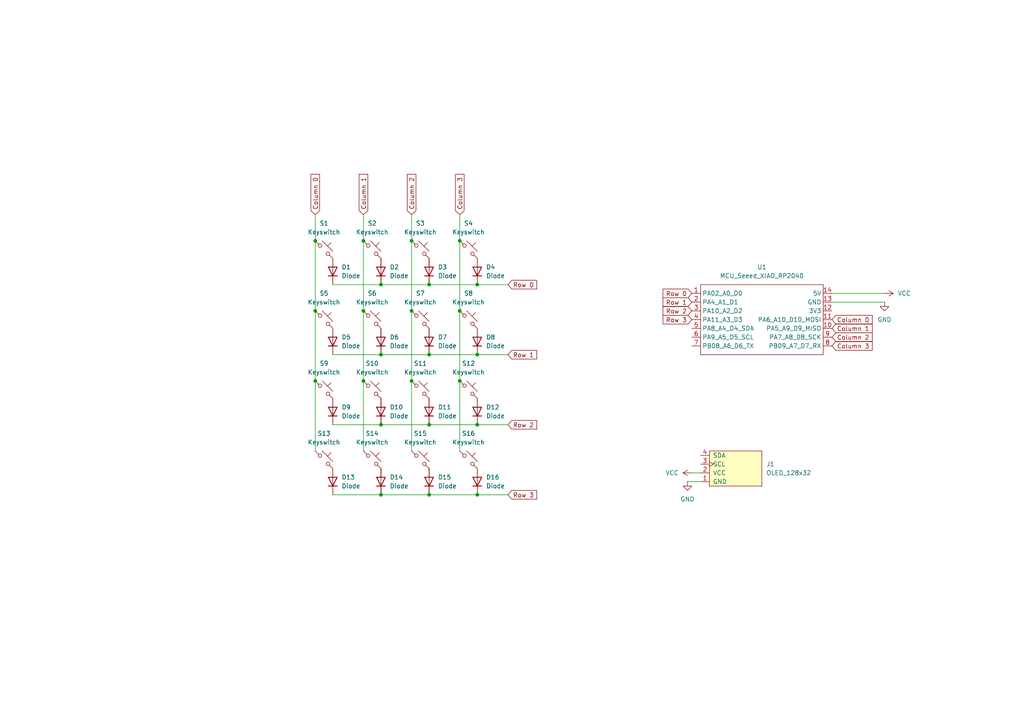
<source format=kicad_sch>
(kicad_sch (version 20231120) (generator "eeschema") (generator_version "8.0")
  (paper "A4")
  (lib_symbols
    (symbol "ScottoKeebs:MCU_Seeed_XIAO_RP2040"
      (property "Reference" "U" (at -16.51 11.43 0))
      (property "Value" "MCU_Seeed_XIAO_RP2040" (at -3.81 -11.43 0))
      (symbol "MCU_Seeed_XIAO_RP2040_0_1"
        (rectangle (start -16.51 10.16) (end 19.05 -10.16))
      )
      (symbol "MCU_Seeed_XIAO_RP2040_1_1"
        (pin passive line (at -19.05 7.62 0) (length 2.54) (name "PA02_A0_D0") (number "1"))
        (pin passive line (at 21.59 -2.54 180) (length 2.54) (name "PA5_A9_D9_MISO") (number "10"))
        (pin passive line (at 21.59 0 180) (length 2.54) (name "PA6_A10_D10_MOSI") (number "11"))
        (pin passive line (at 21.59 2.54 180) (length 2.54) (name "3V3") (number "12"))
        (pin passive line (at 21.59 5.08 180) (length 2.54) (name "GND") (number "13"))
        (pin passive line (at 21.59 7.62 180) (length 2.54) (name "5V") (number "14"))
        (pin passive line (at -19.05 5.08 0) (length 2.54) (name "PA4_A1_D1") (number "2"))
        (pin passive line (at -19.05 2.54 0) (length 2.54) (name "PA10_A2_D2") (number "3"))
        (pin passive line (at -19.05 0 0) (length 2.54) (name "PA11_A3_D3") (number "4"))
        (pin passive line (at -19.05 -2.54 0) (length 2.54) (name "PA8_A4_D4_SDA") (number "5"))
        (pin passive line (at -19.05 -5.08 0) (length 2.54) (name "PA9_A5_D5_SCL") (number "6"))
        (pin passive line (at -19.05 -7.62 0) (length 2.54) (name "PB08_A6_D6_TX") (number "7"))
        (pin passive line (at 21.59 -7.62 180) (length 2.54) (name "PB09_A7_D7_RX") (number "8"))
        (pin passive line (at 21.59 -5.08 180) (length 2.54) (name "PA7_A8_D8_SCK") (number "9"))
      )
    )
    (symbol "ScottoKeebs:OLED_128x32" (pin_names (offset 1.016))
      (property "Reference" "J" (at 0 -6.35 0))
      (property "Value" "OLED_128x32" (at 0 6.35 0))
      (symbol "OLED_128x32_0_1"
        (rectangle (start 0 5.08) (end 15.24 -5.08) (fill (type background)))
      )
      (symbol "OLED_128x32_1_1"
        (pin power_in line (at -2.54 -3.81 0) (length 2.54) (name "GND") (number "1"))
        (pin power_in line (at -2.54 -1.27 0) (length 2.54) (name "VCC") (number "2"))
        (pin input clock (at -2.54 1.27 0) (length 2.54) (name "SCL") (number "3"))
        (pin bidirectional line (at -2.54 3.81 0) (length 2.54) (name "SDA") (number "4"))
      )
    )
    (symbol "ScottoKeebs:Placeholder_Diode" (pin_numbers hide) (pin_names hide)
      (property "Reference" "D" (at 0 2.54 0))
      (property "Value" "Diode" (at 0 -2.54 0))
      (symbol "Placeholder_Diode_0_1"
        (polyline (pts (xy -1.27 1.27) (xy -1.27 -1.27)) (stroke (width 0.254)))
        (polyline (pts (xy 1.27 0) (xy -1.27 0)))
        (polyline (pts (xy 1.27 1.27) (xy 1.27 -1.27) (xy -1.27 0) (xy 1.27 1.27)) (stroke (width 0.254)))
      )
      (symbol "Placeholder_Diode_1_1"
        (pin passive line (at -3.81 0 0) (length 2.54) (name "K") (number "1"))
        (pin passive line (at 3.81 0 180) (length 2.54) (name "A") (number "2"))
      )
    )
    (symbol "ScottoKeebs:Placeholder_Keyswitch" (pin_numbers hide) (pin_names (offset 1.016) hide)
      (property "Reference" "S" (at 3.048 1.016 0))
      (property "Value" "Keyswitch" (at 0 -3.81 0))
      (symbol "Placeholder_Keyswitch_0_1"
        (circle (center -1.1684 1.1684) (radius 0.508))
        (polyline (pts (xy -0.508 2.54) (xy 2.54 -0.508)))
        (polyline (pts (xy 1.016 1.016) (xy 2.032 2.032)))
        (polyline (pts (xy -2.54 2.54) (xy -1.524 1.524) (xy -1.524 1.524)))
        (polyline (pts (xy 1.524 -1.524) (xy 2.54 -2.54) (xy 2.54 -2.54) (xy 2.54 -2.54)))
        (circle (center 1.143 -1.1938) (radius 0.508))
        (pin passive line (at -2.54 2.54 0) (length 0) (name "1") (number "1"))
        (pin passive line (at 2.54 -2.54 180) (length 0) (name "2") (number "2"))
      )
    )
    (symbol "power:GND" (power) (pin_numbers hide) (pin_names (offset 0) hide)
      (property "Value" "GND" (at 0 -3.81 0))
      (symbol "GND_0_1"
        (polyline (pts (xy 0 0) (xy 0 -1.27) (xy 1.27 -1.27) (xy 0 -2.54) (xy -1.27 -1.27) (xy 0 -1.27)))
      )
      (symbol "GND_1_1"
        (pin power_in line (at 0 0 270) (length 0) (name "~") (number "1"))
      )
    )
    (symbol "power:VCC" (power) (pin_numbers hide) (pin_names (offset 0) hide)
      (property "Value" "VCC" (at 0 3.556 0))
      (symbol "VCC_0_1"
        (polyline (pts (xy -0.762 1.27) (xy 0 2.54)))
        (polyline (pts (xy 0 0) (xy 0 2.54)))
        (polyline (pts (xy 0 2.54) (xy 0.762 1.27)))
      )
      (symbol "VCC_1_1"
        (pin power_in line (at 0 0 90) (length 0) (name "~") (number "1"))
      )
    )
  )
  (junction (at 133.35 90.17))
  (junction (at 119.38 69.85))
  (junction (at 124.46 143.51))
  (junction (at 110.49 123.19))
  (junction (at 91.44 110.49))
  (junction (at 133.35 69.85))
  (junction (at 110.49 102.87))
  (junction (at 124.46 123.19))
  (junction (at 91.44 90.17))
  (junction (at 105.41 110.49))
  (junction (at 119.38 110.49))
  (junction (at 124.46 102.87))
  (junction (at 91.44 69.85))
  (junction (at 138.43 82.55))
  (junction (at 110.49 143.51))
  (junction (at 138.43 102.87))
  (junction (at 105.41 69.85))
  (junction (at 133.35 110.49))
  (junction (at 138.43 123.19))
  (junction (at 124.46 82.55))
  (junction (at 119.38 90.17))
  (junction (at 138.43 143.51))
  (junction (at 105.41 90.17))
  (junction (at 110.49 82.55))
  (wire (pts (xy 124.46 82.55) (xy 138.43 82.55)))
  (wire (pts (xy 133.35 110.49) (xy 133.35 130.81)))
  (wire (pts (xy 110.49 82.55) (xy 124.46 82.55)))
  (wire (pts (xy 119.38 90.17) (xy 119.38 110.49)))
  (wire (pts (xy 91.44 62.23) (xy 91.44 69.85)))
  (wire (pts (xy 200.66 137.16) (xy 203.2 137.16)))
  (wire (pts (xy 105.41 62.23) (xy 105.41 69.85)))
  (wire (pts (xy 124.46 102.87) (xy 138.43 102.87)))
  (wire (pts (xy 256.54 87.63) (xy 241.3 87.63)))
  (wire (pts (xy 105.41 110.49) (xy 105.41 130.81)))
  (wire (pts (xy 256.54 85.09) (xy 241.3 85.09)))
  (wire (pts (xy 96.52 102.87) (xy 110.49 102.87)))
  (wire (pts (xy 105.41 90.17) (xy 105.41 110.49)))
  (wire (pts (xy 199.39 139.7) (xy 203.2 139.7)))
  (wire (pts (xy 105.41 69.85) (xy 105.41 90.17)))
  (wire (pts (xy 110.49 143.51) (xy 124.46 143.51)))
  (wire (pts (xy 119.38 110.49) (xy 119.38 130.81)))
  (wire (pts (xy 96.52 123.19) (xy 110.49 123.19)))
  (wire (pts (xy 124.46 143.51) (xy 138.43 143.51)))
  (wire (pts (xy 133.35 69.85) (xy 133.35 90.17)))
  (wire (pts (xy 110.49 102.87) (xy 124.46 102.87)))
  (wire (pts (xy 96.52 82.55) (xy 110.49 82.55)))
  (wire (pts (xy 110.49 123.19) (xy 124.46 123.19)))
  (wire (pts (xy 124.46 123.19) (xy 138.43 123.19)))
  (wire (pts (xy 119.38 69.85) (xy 119.38 90.17)))
  (wire (pts (xy 91.44 69.85) (xy 91.44 90.17)))
  (wire (pts (xy 91.44 110.49) (xy 91.44 130.81)))
  (wire (pts (xy 147.32 102.87) (xy 138.43 102.87)))
  (wire (pts (xy 91.44 90.17) (xy 91.44 110.49)))
  (wire (pts (xy 133.35 90.17) (xy 133.35 110.49)))
  (wire (pts (xy 119.38 62.23) (xy 119.38 69.85)))
  (wire (pts (xy 138.43 123.19) (xy 147.32 123.19)))
  (wire (pts (xy 96.52 143.51) (xy 110.49 143.51)))
  (wire (pts (xy 133.35 62.23) (xy 133.35 69.85)))
  (wire (pts (xy 138.43 82.55) (xy 147.32 82.55)))
  (wire (pts (xy 147.32 143.51) (xy 138.43 143.51)))
  (global_label "Column 0" (shape input) (at 241.3 92.71 0) (property "Intersheetrefs" "${INTERSHEET_REFS}" (effects (hide yes))))
  (global_label "Row 0" (shape input) (at 200.66 85.09 180) (property "Intersheetrefs" "${INTERSHEET_REFS}" (effects (hide yes))))
  (global_label "Column 3" (shape input) (at 133.35 62.23 90) (property "Intersheetrefs" "${INTERSHEET_REFS}" (effects (hide yes))))
  (global_label "Row 2" (shape input) (at 200.66 90.17 180) (property "Intersheetrefs" "${INTERSHEET_REFS}" (effects (hide yes))))
  (global_label "Column 0" (shape input) (at 91.44 62.23 90) (property "Intersheetrefs" "${INTERSHEET_REFS}" (effects (hide yes))))
  (global_label "Column 1" (shape input) (at 105.41 62.23 90) (property "Intersheetrefs" "${INTERSHEET_REFS}" (effects (hide yes))))
  (global_label "Column 2" (shape input) (at 119.38 62.23 90) (property "Intersheetrefs" "${INTERSHEET_REFS}" (effects (hide yes))))
  (global_label "Row 0" (shape input) (at 147.32 82.55 0) (property "Intersheetrefs" "${INTERSHEET_REFS}" (effects (hide yes))))
  (global_label "Row 2" (shape input) (at 147.32 123.19 0) (property "Intersheetrefs" "${INTERSHEET_REFS}" (effects (hide yes))))
  (global_label "Column 2" (shape input) (at 241.3 97.79 0) (property "Intersheetrefs" "${INTERSHEET_REFS}" (effects (hide yes))))
  (global_label "Row 3" (shape input) (at 147.32 143.51 0) (property "Intersheetrefs" "${INTERSHEET_REFS}" (effects (hide yes))))
  (global_label "Column 1" (shape input) (at 241.3 95.25 0) (property "Intersheetrefs" "${INTERSHEET_REFS}" (effects (hide yes))))
  (global_label "Row 3" (shape input) (at 200.66 92.71 180) (property "Intersheetrefs" "${INTERSHEET_REFS}" (effects (hide yes))))
  (global_label "Row 1" (shape input) (at 200.66 87.63 180) (property "Intersheetrefs" "${INTERSHEET_REFS}" (effects (hide yes))))
  (global_label "Row 1" (shape input) (at 147.32 102.87 0) (property "Intersheetrefs" "${INTERSHEET_REFS}" (effects (hide yes))))
  (global_label "Column 3" (shape input) (at 241.3 100.33 0) (property "Intersheetrefs" "${INTERSHEET_REFS}" (effects (hide yes))))
  (symbol (lib_id "ScottoKeebs:Placeholder_Diode") (at 110.49 119.38 90) (unit 1)
    (property "Reference" "D10" (at 113.03 118.1099 90) (effects (justify right)))
    (property "Value" "Diode" (at 113.03 120.6499 90) (effects (justify right)))
    (property "Footprint" "ScottoKeebs_Components:Diode_DO-35" (effects (hide yes)))
    (property "Description" "1N4148 (DO-35) or 1N4148W (SOD-123)" (effects (hide yes)))
    (property "Sim.Device" "D" (effects (hide yes)))
    (property "Sim.Pins" "1=K 2=A" (effects (hide yes)))
  )
  (symbol (lib_id "ScottoKeebs:Placeholder_Keyswitch") (at 121.92 113.03 0) (unit 1)
    (property "Reference" "S11" (at 121.92 105.41 0))
    (property "Value" "Keyswitch" (at 121.92 107.95 0))
    (property "Footprint" "ScottoKeebs_MX:MX_PCB_1.00u" (effects (hide yes)))
    (property "Description" "Push button switch, normally open, two pins, 45° tilted" (effects (hide yes)))
  )
  (symbol (lib_id "ScottoKeebs:Placeholder_Diode") (at 96.52 139.7 90) (unit 1)
    (property "Reference" "D13" (at 99.06 138.4299 90) (effects (justify right)))
    (property "Value" "Diode" (at 99.06 140.9699 90) (effects (justify right)))
    (property "Footprint" "ScottoKeebs_Components:Diode_DO-35" (effects (hide yes)))
    (property "Description" "1N4148 (DO-35) or 1N4148W (SOD-123)" (effects (hide yes)))
    (property "Sim.Device" "D" (effects (hide yes)))
    (property "Sim.Pins" "1=K 2=A" (effects (hide yes)))
  )
  (symbol (lib_id "ScottoKeebs:Placeholder_Diode") (at 138.43 119.38 90) (unit 1)
    (property "Reference" "D12" (at 140.97 118.1099 90) (effects (justify right)))
    (property "Value" "Diode" (at 140.97 120.6499 90) (effects (justify right)))
    (property "Footprint" "ScottoKeebs_Components:Diode_DO-35" (effects (hide yes)))
    (property "Description" "1N4148 (DO-35) or 1N4148W (SOD-123)" (effects (hide yes)))
    (property "Sim.Device" "D" (effects (hide yes)))
    (property "Sim.Pins" "1=K 2=A" (effects (hide yes)))
  )
  (symbol (lib_id "ScottoKeebs:Placeholder_Keyswitch") (at 107.95 92.71 0) (unit 1)
    (property "Reference" "S6" (at 107.95 85.09 0))
    (property "Value" "Keyswitch" (at 107.95 87.63 0))
    (property "Footprint" "ScottoKeebs_MX:MX_PCB_1.00u" (effects (hide yes)))
    (property "Description" "Push button switch, normally open, two pins, 45° tilted" (effects (hide yes)))
  )
  (symbol (lib_id "ScottoKeebs:Placeholder_Keyswitch") (at 121.92 133.35 0) (unit 1)
    (property "Reference" "S15" (at 121.92 125.73 0))
    (property "Value" "Keyswitch" (at 121.92 128.27 0))
    (property "Footprint" "ScottoKeebs_MX:MX_PCB_1.00u" (effects (hide yes)))
    (property "Description" "Push button switch, normally open, two pins, 45° tilted" (effects (hide yes)))
  )
  (symbol (lib_id "ScottoKeebs:Placeholder_Diode") (at 124.46 99.06 90) (unit 1)
    (property "Reference" "D7" (at 127 97.7899 90) (effects (justify right)))
    (property "Value" "Diode" (at 127 100.3299 90) (effects (justify right)))
    (property "Footprint" "ScottoKeebs_Components:Diode_DO-35" (effects (hide yes)))
    (property "Description" "1N4148 (DO-35) or 1N4148W (SOD-123)" (effects (hide yes)))
    (property "Sim.Device" "D" (effects (hide yes)))
    (property "Sim.Pins" "1=K 2=A" (effects (hide yes)))
  )
  (symbol (lib_id "power:VCC") (at 256.54 85.09 270) (unit 1)
    (property "Reference" "#PWR02" (effects (hide yes)))
    (property "Value" "VCC" (at 260.35 85.0899 90) (effects (justify left)))
    (property "Description" "Power symbol creates a global label with name \"VCC\"" (effects (hide yes)))
  )
  (symbol (lib_id "ScottoKeebs:Placeholder_Keyswitch") (at 107.95 133.35 0) (unit 1)
    (property "Reference" "S14" (at 107.95 125.73 0))
    (property "Value" "Keyswitch" (at 107.95 128.27 0))
    (property "Footprint" "ScottoKeebs_MX:MX_PCB_1.00u" (effects (hide yes)))
    (property "Description" "Push button switch, normally open, two pins, 45° tilted" (effects (hide yes)))
  )
  (symbol (lib_id "ScottoKeebs:Placeholder_Keyswitch") (at 121.92 92.71 0) (unit 1)
    (property "Reference" "S7" (at 121.92 85.09 0))
    (property "Value" "Keyswitch" (at 121.92 87.63 0))
    (property "Footprint" "ScottoKeebs_MX:MX_PCB_1.00u" (effects (hide yes)))
    (property "Description" "Push button switch, normally open, two pins, 45° tilted" (effects (hide yes)))
  )
  (symbol (lib_id "ScottoKeebs:Placeholder_Diode") (at 110.49 78.74 90) (unit 1)
    (property "Reference" "D2" (at 113.03 77.4699 90) (effects (justify right)))
    (property "Value" "Diode" (at 113.03 80.0099 90) (effects (justify right)))
    (property "Footprint" "ScottoKeebs_Components:Diode_DO-35" (effects (hide yes)))
    (property "Description" "1N4148 (DO-35) or 1N4148W (SOD-123)" (effects (hide yes)))
    (property "Sim.Device" "D" (effects (hide yes)))
    (property "Sim.Pins" "1=K 2=A" (effects (hide yes)))
  )
  (symbol (lib_id "ScottoKeebs:Placeholder_Keyswitch") (at 93.98 92.71 0) (unit 1)
    (property "Reference" "S5" (at 93.98 85.09 0))
    (property "Value" "Keyswitch" (at 93.98 87.63 0))
    (property "Footprint" "ScottoKeebs_MX:MX_PCB_1.00u" (effects (hide yes)))
    (property "Description" "Push button switch, normally open, two pins, 45° tilted" (effects (hide yes)))
  )
  (symbol (lib_id "ScottoKeebs:Placeholder_Keyswitch") (at 135.89 133.35 0) (unit 1)
    (property "Reference" "S16" (at 135.89 125.73 0))
    (property "Value" "Keyswitch" (at 135.89 128.27 0))
    (property "Footprint" "ScottoKeebs_MX:MX_PCB_1.00u" (effects (hide yes)))
    (property "Description" "Push button switch, normally open, two pins, 45° tilted" (effects (hide yes)))
  )
  (symbol (lib_id "ScottoKeebs:Placeholder_Diode") (at 96.52 78.74 90) (unit 1)
    (property "Reference" "D1" (at 99.06 77.4699 90) (effects (justify right)))
    (property "Value" "Diode" (at 99.06 80.0099 90) (effects (justify right)))
    (property "Footprint" "ScottoKeebs_Components:Diode_DO-35" (effects (hide yes)))
    (property "Description" "1N4148 (DO-35) or 1N4148W (SOD-123)" (effects (hide yes)))
    (property "Sim.Device" "D" (effects (hide yes)))
    (property "Sim.Pins" "1=K 2=A" (effects (hide yes)))
  )
  (symbol (lib_id "ScottoKeebs:Placeholder_Diode") (at 110.49 99.06 90) (unit 1)
    (property "Reference" "D6" (at 113.03 97.7899 90) (effects (justify right)))
    (property "Value" "Diode" (at 113.03 100.3299 90) (effects (justify right)))
    (property "Footprint" "ScottoKeebs_Components:Diode_DO-35" (effects (hide yes)))
    (property "Description" "1N4148 (DO-35) or 1N4148W (SOD-123)" (effects (hide yes)))
    (property "Sim.Device" "D" (effects (hide yes)))
    (property "Sim.Pins" "1=K 2=A" (effects (hide yes)))
  )
  (symbol (lib_id "ScottoKeebs:Placeholder_Diode") (at 124.46 119.38 90) (unit 1)
    (property "Reference" "D11" (at 127 118.1099 90) (effects (justify right)))
    (property "Value" "Diode" (at 127 120.6499 90) (effects (justify right)))
    (property "Footprint" "ScottoKeebs_Components:Diode_DO-35" (effects (hide yes)))
    (property "Description" "1N4148 (DO-35) or 1N4148W (SOD-123)" (effects (hide yes)))
    (property "Sim.Device" "D" (effects (hide yes)))
    (property "Sim.Pins" "1=K 2=A" (effects (hide yes)))
  )
  (symbol (lib_id "ScottoKeebs:Placeholder_Keyswitch") (at 135.89 72.39 0) (unit 1)
    (property "Reference" "S4" (at 135.89 64.77 0))
    (property "Value" "Keyswitch" (at 135.89 67.31 0))
    (property "Footprint" "ScottoKeebs_MX:MX_PCB_1.00u" (effects (hide yes)))
    (property "Description" "Push button switch, normally open, two pins, 45° tilted" (effects (hide yes)))
  )
  (symbol (lib_id "ScottoKeebs:Placeholder_Diode") (at 110.49 139.7 90) (unit 1)
    (property "Reference" "D14" (at 113.03 138.4299 90) (effects (justify right)))
    (property "Value" "Diode" (at 113.03 140.9699 90) (effects (justify right)))
    (property "Footprint" "ScottoKeebs_Components:Diode_DO-35" (effects (hide yes)))
    (property "Description" "1N4148 (DO-35) or 1N4148W (SOD-123)" (effects (hide yes)))
    (property "Sim.Device" "D" (effects (hide yes)))
    (property "Sim.Pins" "1=K 2=A" (effects (hide yes)))
  )
  (symbol (lib_id "ScottoKeebs:Placeholder_Keyswitch") (at 107.95 113.03 0) (unit 1)
    (property "Reference" "S10" (at 107.95 105.41 0))
    (property "Value" "Keyswitch" (at 107.95 107.95 0))
    (property "Footprint" "ScottoKeebs_MX:MX_PCB_1.00u" (effects (hide yes)))
    (property "Description" "Push button switch, normally open, two pins, 45° tilted" (effects (hide yes)))
  )
  (symbol (lib_id "power:VCC") (at 200.66 137.16 90) (unit 1)
    (property "Reference" "#PWR03" (effects (hide yes)))
    (property "Value" "VCC" (at 196.85 137.1599 90) (effects (justify left)))
    (property "Description" "Power symbol creates a global label with name \"VCC\"" (effects (hide yes)))
  )
  (symbol (lib_id "ScottoKeebs:Placeholder_Keyswitch") (at 135.89 113.03 0) (unit 1)
    (property "Reference" "S12" (at 135.89 105.41 0))
    (property "Value" "Keyswitch" (at 135.89 107.95 0))
    (property "Footprint" "ScottoKeebs_MX:MX_PCB_1.00u" (effects (hide yes)))
    (property "Description" "Push button switch, normally open, two pins, 45° tilted" (effects (hide yes)))
  )
  (symbol (lib_id "power:GND") (at 256.54 87.63 0) (unit 1)
    (property "Reference" "#PWR01" (effects (hide yes)))
    (property "Value" "GND" (at 256.54 92.71 0))
    (property "Description" "Power symbol creates a global label with name \"GND\" , ground" (effects (hide yes)))
  )
  (symbol (lib_id "ScottoKeebs:Placeholder_Keyswitch") (at 107.95 72.39 0) (unit 1)
    (property "Reference" "S2" (at 107.95 64.77 0))
    (property "Value" "Keyswitch" (at 107.95 67.31 0))
    (property "Footprint" "ScottoKeebs_MX:MX_PCB_1.00u" (effects (hide yes)))
    (property "Description" "Push button switch, normally open, two pins, 45° tilted" (effects (hide yes)))
  )
  (symbol (lib_id "ScottoKeebs:Placeholder_Keyswitch") (at 93.98 133.35 0) (unit 1)
    (property "Reference" "S13" (at 93.98 125.73 0))
    (property "Value" "Keyswitch" (at 93.98 128.27 0))
    (property "Footprint" "ScottoKeebs_MX:MX_PCB_1.00u" (effects (hide yes)))
    (property "Description" "Push button switch, normally open, two pins, 45° tilted" (effects (hide yes)))
  )
  (symbol (lib_id "ScottoKeebs:Placeholder_Diode") (at 96.52 119.38 90) (unit 1)
    (property "Reference" "D9" (at 99.06 118.1099 90) (effects (justify right)))
    (property "Value" "Diode" (at 99.06 120.6499 90) (effects (justify right)))
    (property "Footprint" "ScottoKeebs_Components:Diode_DO-35" (effects (hide yes)))
    (property "Description" "1N4148 (DO-35) or 1N4148W (SOD-123)" (effects (hide yes)))
    (property "Sim.Device" "D" (effects (hide yes)))
    (property "Sim.Pins" "1=K 2=A" (effects (hide yes)))
  )
  (symbol (lib_id "ScottoKeebs:Placeholder_Keyswitch") (at 121.92 72.39 0) (unit 1)
    (property "Reference" "S3" (at 121.92 64.77 0))
    (property "Value" "Keyswitch" (at 121.92 67.31 0))
    (property "Footprint" "ScottoKeebs_MX:MX_PCB_1.00u" (effects (hide yes)))
    (property "Description" "Push button switch, normally open, two pins, 45° tilted" (effects (hide yes)))
  )
  (symbol (lib_id "ScottoKeebs:Placeholder_Keyswitch") (at 93.98 113.03 0) (unit 1)
    (property "Reference" "S9" (at 93.98 105.41 0))
    (property "Value" "Keyswitch" (at 93.98 107.95 0))
    (property "Footprint" "ScottoKeebs_MX:MX_PCB_1.00u" (effects (hide yes)))
    (property "Description" "Push button switch, normally open, two pins, 45° tilted" (effects (hide yes)))
  )
  (symbol (lib_id "ScottoKeebs:Placeholder_Keyswitch") (at 135.89 92.71 0) (unit 1)
    (property "Reference" "S8" (at 135.89 85.09 0))
    (property "Value" "Keyswitch" (at 135.89 87.63 0))
    (property "Footprint" "ScottoKeebs_MX:MX_PCB_1.00u" (effects (hide yes)))
    (property "Description" "Push button switch, normally open, two pins, 45° tilted" (effects (hide yes)))
  )
  (symbol (lib_id "ScottoKeebs:Placeholder_Diode") (at 124.46 78.74 90) (unit 1)
    (property "Reference" "D3" (at 127 77.4699 90) (effects (justify right)))
    (property "Value" "Diode" (at 127 80.0099 90) (effects (justify right)))
    (property "Footprint" "ScottoKeebs_Components:Diode_DO-35" (effects (hide yes)))
    (property "Description" "1N4148 (DO-35) or 1N4148W (SOD-123)" (effects (hide yes)))
    (property "Sim.Device" "D" (effects (hide yes)))
    (property "Sim.Pins" "1=K 2=A" (effects (hide yes)))
  )
  (symbol (lib_id "ScottoKeebs:Placeholder_Diode") (at 124.46 139.7 90) (unit 1)
    (property "Reference" "D15" (at 127 138.4299 90) (effects (justify right)))
    (property "Value" "Diode" (at 127 140.9699 90) (effects (justify right)))
    (property "Footprint" "ScottoKeebs_Components:Diode_DO-35" (effects (hide yes)))
    (property "Description" "1N4148 (DO-35) or 1N4148W (SOD-123)" (effects (hide yes)))
    (property "Sim.Device" "D" (effects (hide yes)))
    (property "Sim.Pins" "1=K 2=A" (effects (hide yes)))
  )
  (symbol (lib_id "ScottoKeebs:Placeholder_Diode") (at 138.43 99.06 90) (unit 1)
    (property "Reference" "D8" (at 140.97 97.7899 90) (effects (justify right)))
    (property "Value" "Diode" (at 140.97 100.3299 90) (effects (justify right)))
    (property "Footprint" "ScottoKeebs_Components:Diode_DO-35" (effects (hide yes)))
    (property "Description" "1N4148 (DO-35) or 1N4148W (SOD-123)" (effects (hide yes)))
    (property "Sim.Device" "D" (effects (hide yes)))
    (property "Sim.Pins" "1=K 2=A" (effects (hide yes)))
  )
  (symbol (lib_id "ScottoKeebs:Placeholder_Diode") (at 138.43 139.7 90) (unit 1)
    (property "Reference" "D16" (at 140.97 138.4299 90) (effects (justify right)))
    (property "Value" "Diode" (at 140.97 140.9699 90) (effects (justify right)))
    (property "Footprint" "ScottoKeebs_Components:Diode_DO-35" (effects (hide yes)))
    (property "Description" "1N4148 (DO-35) or 1N4148W (SOD-123)" (effects (hide yes)))
    (property "Sim.Device" "D" (effects (hide yes)))
    (property "Sim.Pins" "1=K 2=A" (effects (hide yes)))
  )
  (symbol (lib_id "ScottoKeebs:MCU_Seeed_XIAO_RP2040") (at 219.71 92.71 0) (unit 1)
    (property "Reference" "U1" (at 220.98 77.47 0))
    (property "Value" "MCU_Seeed_XIAO_RP2040" (at 220.98 80.01 0))
    (property "Footprint" "ScottoKeebs_MCU:Seeed_XIAO_RP2040" (effects (hide yes)))
  )
  (symbol (lib_id "ScottoKeebs:OLED_128x32") (at 205.74 135.89 0) (unit 1)
    (property "Reference" "J1" (at 222.25 134.6199 0) (effects (justify left)))
    (property "Value" "OLED_128x32" (at 222.25 137.1599 0) (effects (justify left)))
    (property "Footprint" "ScottoKeebs_Components:OLED_128x32" (effects (hide yes)))
  )
  (symbol (lib_id "power:GND") (at 199.39 139.7 0) (unit 1)
    (property "Reference" "#PWR04" (effects (hide yes)))
    (property "Value" "GND" (at 199.39 144.78 0))
    (property "Description" "Power symbol creates a global label with name \"GND\" , ground" (effects (hide yes)))
  )
  (symbol (lib_id "ScottoKeebs:Placeholder_Diode") (at 138.43 78.74 90) (unit 1)
    (property "Reference" "D4" (at 140.97 77.4699 90) (effects (justify right)))
    (property "Value" "Diode" (at 140.97 80.0099 90) (effects (justify right)))
    (property "Footprint" "ScottoKeebs_Components:Diode_DO-35" (effects (hide yes)))
    (property "Description" "1N4148 (DO-35) or 1N4148W (SOD-123)" (effects (hide yes)))
    (property "Sim.Device" "D" (effects (hide yes)))
    (property "Sim.Pins" "1=K 2=A" (effects (hide yes)))
  )
  (symbol (lib_id "ScottoKeebs:Placeholder_Diode") (at 96.52 99.06 90) (unit 1)
    (property "Reference" "D5" (at 99.06 97.7899 90) (effects (justify right)))
    (property "Value" "Diode" (at 99.06 100.3299 90) (effects (justify right)))
    (property "Footprint" "ScottoKeebs_Components:Diode_DO-35" (effects (hide yes)))
    (property "Description" "1N4148 (DO-35) or 1N4148W (SOD-123)" (effects (hide yes)))
    (property "Sim.Device" "D" (effects (hide yes)))
    (property "Sim.Pins" "1=K 2=A" (effects (hide yes)))
  )
  (symbol (lib_id "ScottoKeebs:Placeholder_Keyswitch") (at 93.98 72.39 0) (unit 1)
    (property "Reference" "S1" (at 93.98 64.77 0))
    (property "Value" "Keyswitch" (at 93.98 67.31 0))
    (property "Footprint" "ScottoKeebs_MX:MX_PCB_1.00u" (effects (hide yes)))
    (property "Description" "Push button switch, normally open, two pins, 45° tilted" (effects (hide yes)))
  )
)
</source>
